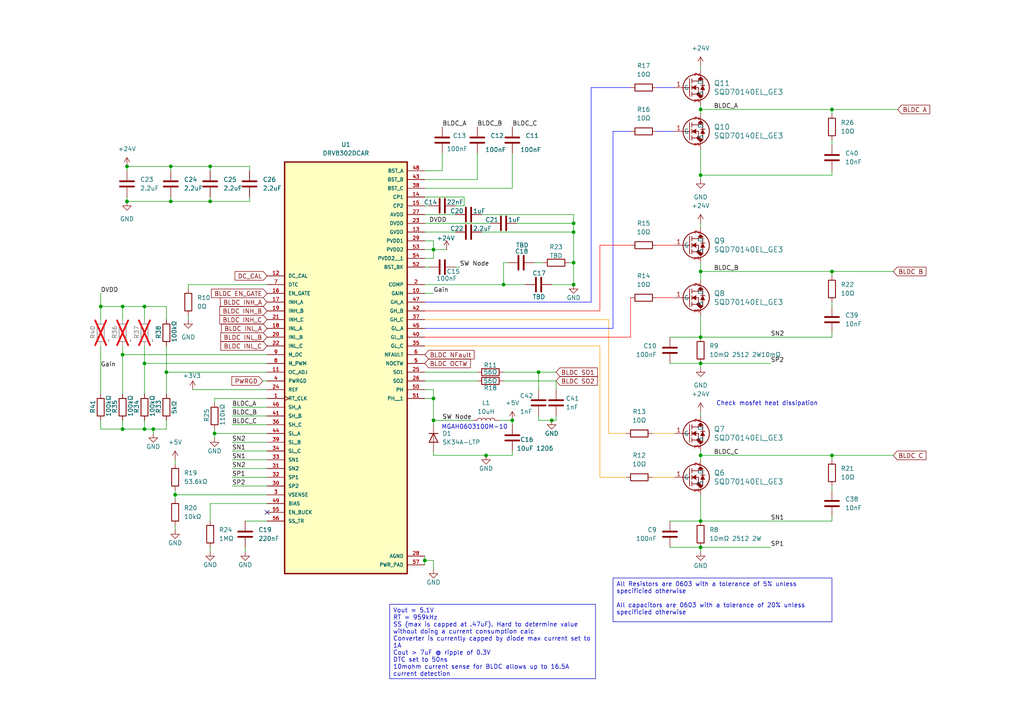
<source format=kicad_sch>
(kicad_sch (version 20250114) (generator "eeschema") (generator_version "9.0")
  (paper "A4")
  (lib_symbols
    (symbol "DRV8302DCAR:DRV8302DCAR" (pin_names (offset 1.016))
      (property "Reference" "U" (at -17.78 56.88 0))
      (property "Value" "DRV8302DCAR" (at -17.78 -67.5 0))
      (symbol "DRV8302DCAR_0_0"
        (rectangle (start -17.78 -63.5) (end 17.78 55.88) (stroke (width 0.41)) (fill (type background)))
        (pin input line (at -22.86 22.86 0) (length 5.08) (name "DC_CAL") (number "12"))
        (pin input line (at -22.86 20.32 0) (length 5.08) (name "DTC") (number "7"))
        (pin input line (at -22.86 17.78 0) (length 5.08) (name "EN_GATE") (number "16"))
        (pin input line (at -22.86 15.24 0) (length 5.08) (name "INH_A") (number "17"))
        (pin input line (at -22.86 12.7 0) (length 5.08) (name "INH_B") (number "19"))
        (pin input line (at -22.86 10.16 0) (length 5.08) (name "INH_C") (number "21"))
        (pin input line (at -22.86 7.62 0) (length 5.08) (name "INL_A") (number "18"))
        (pin input line (at -22.86 5.08 0) (length 5.08) (name "INL_B") (number "20"))
        (pin input line (at -22.86 2.54 0) (length 5.08) (name "INL_C") (number "22"))
        (pin input line (at -22.86 0 0) (length 5.08) (name "M_OC") (number "9"))
        (pin input line (at -22.86 -2.54 0) (length 5.08) (name "M_PWM") (number "8"))
        (pin input line (at -22.86 -5.08 0) (length 5.08) (name "OC_ADJ") (number "11"))
        (pin input line (at -22.86 -7.62 0) (length 5.08) (name "PWRGD") (number "4"))
        (pin input line (at -22.86 -10.16 0) (length 5.08) (name "REF") (number "24"))
        (pin input clock (at -22.86 -12.7 0) (length 5.08) (name "RT_CLK") (number "1"))
        (pin input line (at -22.86 -15.24 0) (length 5.08) (name "SH_A") (number "46"))
        (pin input line (at -22.86 -17.78 0) (length 5.08) (name "SH_B") (number "41"))
        (pin input line (at -22.86 -20.32 0) (length 5.08) (name "SH_C") (number "36"))
        (pin input line (at -22.86 -22.86 0) (length 5.08) (name "SL_A") (number "44"))
        (pin input line (at -22.86 -25.4 0) (length 5.08) (name "SL_B") (number "39"))
        (pin input line (at -22.86 -27.94 0) (length 5.08) (name "SL_C") (number "34"))
        (pin input line (at -22.86 -30.48 0) (length 5.08) (name "SN1") (number "33"))
        (pin input line (at -22.86 -33.02 0) (length 5.08) (name "SN2") (number "31"))
        (pin input line (at -22.86 -35.56 0) (length 5.08) (name "SP1") (number "32"))
        (pin input line (at -22.86 -38.1 0) (length 5.08) (name "SP2") (number "30"))
        (pin input line (at -22.86 -40.64 0) (length 5.08) (name "VSENSE") (number "3"))
        (pin input line (at -22.86 -43.18 0) (length 5.08) (name "BIAS") (number "49"))
        (pin input line (at -22.86 -45.72 0) (length 5.08) (name "EN_BUCK") (number "55"))
        (pin input line (at -22.86 -48.26 0) (length 5.08) (name "SS_TR") (number "56"))
        (pin power_in line (at 22.86 53.34 180) (length 5.08) (name "BST_A") (number "48"))
        (pin power_in line (at 22.86 50.8 180) (length 5.08) (name "BST_B") (number "43"))
        (pin power_in line (at 22.86 48.26 180) (length 5.08) (name "BST_C") (number "38"))
        (pin power_in line (at 22.86 45.72 180) (length 5.08) (name "CP1") (number "14"))
        (pin power_in line (at 22.86 43.18 180) (length 5.08) (name "CP2") (number "15"))
        (pin power_in line (at 22.86 40.64 180) (length 5.08) (name "AVDD") (number "27"))
        (pin power_in line (at 22.86 38.1 180) (length 5.08) (name "DVDD") (number "23"))
        (pin power_in line (at 22.86 35.56 180) (length 5.08) (name "GVDD") (number "13"))
        (pin power_in line (at 22.86 33.02 180) (length 5.08) (name "PVDD1") (number "29"))
        (pin power_in line (at 22.86 30.48 180) (length 5.08) (name "PVDD2") (number "53"))
        (pin power_in line (at 22.86 27.94 180) (length 5.08) (name "PVDD2__1") (number "54"))
        (pin power_in line (at 22.86 25.4 180) (length 5.08) (name "BST_BK") (number "52"))
        (pin output line (at 22.86 20.32 180) (length 5.08) (name "COMP") (number "2"))
        (pin output line (at 22.86 17.78 180) (length 5.08) (name "GAIN") (number "10"))
        (pin output line (at 22.86 15.24 180) (length 5.08) (name "GH_A") (number "47"))
        (pin output line (at 22.86 12.7 180) (length 5.08) (name "GH_B") (number "42"))
        (pin output line (at 22.86 10.16 180) (length 5.08) (name "GH_C") (number "37"))
        (pin output line (at 22.86 7.62 180) (length 5.08) (name "GL_A") (number "45"))
        (pin output line (at 22.86 5.08 180) (length 5.08) (name "GL_B") (number "40"))
        (pin output line (at 22.86 2.54 180) (length 5.08) (name "GL_C") (number "35"))
        (pin output line (at 22.86 0 180) (length 5.08) (name "NFAULT") (number "6"))
        (pin output line (at 22.86 -2.54 180) (length 5.08) (name "NOCTW") (number "5"))
        (pin output line (at 22.86 -5.08 180) (length 5.08) (name "SO1") (number "25"))
        (pin output line (at 22.86 -7.62 180) (length 5.08) (name "SO2") (number "26"))
        (pin bidirectional line (at 22.86 -10.16 180) (length 5.08) (name "PH") (number "50"))
        (pin bidirectional line (at 22.86 -12.7 180) (length 5.08) (name "PH__1") (number "51"))
        (pin power_in line (at 22.86 -58.42 180) (length 5.08) (name "AGND") (number "28"))
        (pin power_in line (at 22.86 -60.96 180) (length 5.08) (name "PWR_PAD") (number "57"))
      )
    )
    (symbol "Device:C" (pin_numbers (hide yes)) (pin_names (offset 0.254))
      (property "Reference" "C" (at 0.635 2.54 0))
      (property "Value" "C" (at 0.635 -2.54 0))
      (symbol "C_0_1"
        (polyline (pts (xy -2.032 0.762) (xy 2.032 0.762)) (stroke (width 0.508)))
        (polyline (pts (xy -2.032 -0.762) (xy 2.032 -0.762)) (stroke (width 0.508)))
      )
      (symbol "C_1_1"
        (pin passive line (at 0 3.81 270) (length 2.794) (name "~") (number "1"))
        (pin passive line (at 0 -3.81 90) (length 2.794) (name "~") (number "2"))
      )
    )
    (symbol "Device:D" (pin_numbers (hide yes)) (pin_names (offset 1.016) (hide yes))
      (property "Reference" "D" (at 0 2.54 0))
      (property "Value" "D" (at 0 -2.54 0))
      (symbol "D_0_1"
        (polyline (pts (xy -1.27 1.27) (xy -1.27 -1.27)) (stroke (width 0.254)))
        (polyline (pts (xy 1.27 1.27) (xy 1.27 -1.27) (xy -1.27 0) (xy 1.27 1.27)) (stroke (width 0.254)))
        (polyline (pts (xy 1.27 0) (xy -1.27 0)))
      )
      (symbol "D_1_1"
        (pin passive line (at -3.81 0 0) (length 2.54) (name "K") (number "1"))
        (pin passive line (at 3.81 0 180) (length 2.54) (name "A") (number "2"))
      )
    )
    (symbol "Device:L" (pin_numbers (hide yes)) (pin_names (offset 1.016) (hide yes))
      (property "Reference" "L" (at -1.27 0 90))
      (property "Value" "L" (at 1.905 0 90))
      (symbol "L_0_1"
        (arc (start 0 2.54) (mid 0.6323 1.905) (end 0 1.27))
        (arc (start 0 1.27) (mid 0.6323 0.635) (end 0 0))
        (arc (start 0 0) (mid 0.6323 -0.635) (end 0 -1.27))
        (arc (start 0 -1.27) (mid 0.6323 -1.905) (end 0 -2.54))
      )
      (symbol "L_1_1"
        (pin passive line (at 0 3.81 270) (length 1.27) (name "1") (number "1"))
        (pin passive line (at 0 -3.81 90) (length 1.27) (name "2") (number "2"))
      )
    )
    (symbol "Device:R" (pin_numbers (hide yes)) (pin_names (offset 0))
      (property "Reference" "R" (at 2.032 0 90))
      (property "Value" "R" (at 0 0 90))
      (symbol "R_0_1"
        (rectangle (start -1.016 -2.54) (end 1.016 2.54) (stroke (width 0.254)))
      )
      (symbol "R_1_1"
        (pin passive line (at 0 3.81 270) (length 1.27) (name "~") (number "1"))
        (pin passive line (at 0 -3.81 90) (length 1.27) (name "~") (number "2"))
      )
    )
    (symbol "SQD70140EL_GE3:SQD70140EL_GE3" (pin_names (offset 0.254))
      (property "Reference" "U" (at 11.43 1.905 0))
      (property "Value" "SQD70140EL_GE3" (at 11.43 -2.54 0))
      (symbol "SQD70140EL_GE3_0_1"
        (polyline (pts (xy 2.54 0) (xy 4.445 0)) (stroke (width 0.2032)))
        (polyline (pts (xy 4.445 -2.54) (xy 4.445 2.54)) (stroke (width 0.2032)))
        (polyline (pts (xy 5.08 1.905) (xy 6.985 1.905)) (stroke (width 0.2032)))
        (polyline (pts (xy 5.08 1.27) (xy 5.08 2.54)) (stroke (width 0.2032)))
        (polyline (pts (xy 5.08 -0.635) (xy 5.08 0.635)) (stroke (width 0.2032)))
        (polyline (pts (xy 5.08 -1.905) (xy 6.985 -1.905)) (stroke (width 0.2032)))
        (polyline (pts (xy 5.08 -2.54) (xy 5.08 -1.27)) (stroke (width 0.2032)))
        (polyline (pts (xy 6.35 0.635) (xy 5.08 0) (xy 6.35 -0.635)) (fill (type outline)))
        (polyline (pts (xy 6.35 0) (xy 6.985 0)) (stroke (width 0.2032)))
        (circle (center 6.35 0) (radius 3.81) (stroke (width 0.254)))
        (polyline (pts (xy 6.985 2.54) (xy 8.255 2.54)) (stroke (width 0.2032)))
        (polyline (pts (xy 6.985 1.905) (xy 6.985 2.54)) (stroke (width 0.2032)))
        (circle (center 6.985 -1.905) (radius 0.0254) (stroke (width 0.508)))
        (polyline (pts (xy 6.985 -2.54) (xy 6.985 0)) (stroke (width 0.2032)))
        (polyline (pts (xy 6.985 -2.54) (xy 8.255 -2.54)) (stroke (width 0.2032)))
        (circle (center 7.62 2.54) (radius 0.0254) (stroke (width 0.508)))
        (circle (center 7.62 -2.54) (radius 0.0254) (stroke (width 0.508)))
        (polyline (pts (xy 8.255 0.635) (xy 8.255 2.54)) (stroke (width 0.2032)))
        (polyline (pts (xy 8.255 -2.54) (xy 8.255 -0.635)) (stroke (width 0.2032)))
        (polyline (pts (xy 8.89 0.635) (xy 7.62 0.635)) (stroke (width 0.2032)))
        (polyline (pts (xy 8.89 -0.635) (xy 7.62 -0.635) (xy 8.255 0.635)) (fill (type outline)))
        (pin unspecified line (at 0 0 0) (length 2.54) (name "G") (number "1"))
        (pin unspecified line (at 7.62 5.08 270) (length 2.54) (name "D") (number "2"))
        (pin unspecified line (at 7.62 -5.08 90) (length 2.54) (name "S") (number "3"))
      )
    )
    (symbol "power:+24V" (power) (pin_numbers (hide yes)) (pin_names (offset 0) (hide yes))
      (property "Value" "+24V" (at 0 3.556 0))
      (symbol "+24V_0_1"
        (polyline (pts (xy -0.762 1.27) (xy 0 2.54)))
        (polyline (pts (xy 0 2.54) (xy 0.762 1.27)))
        (polyline (pts (xy 0 0) (xy 0 2.54)))
      )
      (symbol "+24V_1_1"
        (pin power_in line (at 0 0 90) (length 0) (name "~") (number "1"))
      )
    )
    (symbol "power:+3V3" (power) (pin_numbers (hide yes)) (pin_names (offset 0) (hide yes))
      (property "Value" "+3V3" (at 0 3.556 0))
      (symbol "+3V3_0_1"
        (polyline (pts (xy -0.762 1.27) (xy 0 2.54)))
        (polyline (pts (xy 0 2.54) (xy 0.762 1.27)))
        (polyline (pts (xy 0 0) (xy 0 2.54)))
      )
      (symbol "+3V3_1_1"
        (pin power_in line (at 0 0 90) (length 0) (name "~") (number "1"))
      )
    )
    (symbol "power:+5V" (power) (pin_numbers (hide yes)) (pin_names (offset 0) (hide yes))
      (property "Value" "+5V" (at 0 3.556 0))
      (symbol "+5V_0_1"
        (polyline (pts (xy -0.762 1.27) (xy 0 2.54)))
        (polyline (pts (xy 0 2.54) (xy 0.762 1.27)))
        (polyline (pts (xy 0 0) (xy 0 2.54)))
      )
      (symbol "+5V_1_1"
        (pin power_in line (at 0 0 90) (length 0) (name "~") (number "1"))
      )
    )
    (symbol "power:GND" (power) (pin_numbers (hide yes)) (pin_names (offset 0) (hide yes))
      (property "Value" "GND" (at 0 -3.81 0))
      (symbol "GND_0_1"
        (polyline (pts (xy 0 0) (xy 0 -1.27) (xy 1.27 -1.27) (xy 0 -2.54) (xy -1.27 -1.27) (xy 0 -1.27)))
      )
      (symbol "GND_1_1"
        (pin power_in line (at 0 0 270) (length 0) (name "~") (number "1"))
      )
    )
  )
  (text "Check mosfet heat dissipation" (at 222.504 117.094 0) (effects (font (size 1.27 1.27))))
  (text "MGAH0603100M-10\n" (at 137.668 123.952 0) (effects (font (size 1.27 1.27))))
  (text_box "All Resistors are 0603 with a tolerance of 5% unless specificied otherwise\n\nAll capacitors are 0603 with a tolerance of 20% unless specificied otherwise\n" (at 177.8 167.64 0) (size 63.5 12.7) (margins 0.9525 0.9525 0.9525 0.9525) (effects (font (size 1.27 1.27)) (justify left top)))
  (text_box "Vout = 5.1V \nRT = 959kHz\nSS (max is capped at .47uF). Hard to determine value without doing a current consumption calc\nConverter is currently capped by diode max current set to 1A\nCout > 7uF @ ripple of 0.3V\nDTC set to 50ns\n10mohm current sense for BLDC allows up to 16.5A current detection" (at 113.03 175.26 0) (size 59.69 21.59) (margins 0.9525 0.9525 0.9525 0.9525) (effects (font (size 1.27 1.27)) (justify left top)))
  (junction (at 125.73 72.39))
  (junction (at 203.2 97.79))
  (junction (at 203.2 78.74))
  (junction (at 41.91 88.9))
  (junction (at 62.23 125.73))
  (junction (at 160.02 121.92))
  (junction (at 156.21 107.95))
  (junction (at 41.91 105.41))
  (junction (at 125.73 115.57))
  (junction (at 203.2 50.8))
  (junction (at 44.45 124.46))
  (junction (at 35.56 88.9))
  (junction (at 36.83 58.42))
  (junction (at 241.3 78.74))
  (junction (at 123.19 162.56))
  (junction (at 203.2 151.13))
  (junction (at 36.83 48.26))
  (junction (at 148.59 121.92))
  (junction (at 166.37 64.77))
  (junction (at 49.53 48.26))
  (junction (at 35.56 102.87))
  (junction (at 203.2 105.41))
  (junction (at 203.2 31.75))
  (junction (at 166.37 82.55))
  (junction (at 241.3 132.08))
  (junction (at 241.3 31.75))
  (junction (at 50.8 143.51))
  (junction (at 166.37 76.2))
  (junction (at 203.2 132.08))
  (junction (at 60.96 58.42))
  (junction (at 140.97 132.08))
  (junction (at 146.05 82.55))
  (junction (at 48.26 107.95))
  (junction (at 41.91 124.46))
  (junction (at 35.56 124.46))
  (junction (at 203.2 158.75))
  (junction (at 166.37 67.31))
  (junction (at 60.96 48.26))
  (junction (at 49.53 58.42))
  (junction (at 29.21 88.9))
  (junction (at 125.73 121.92))
  (no_connect (at 77.47 148.59))
  (wire (pts (xy 166.37 82.55) (xy 160.02 82.55)))
  (wire (pts (xy 139.7 62.23) (xy 166.37 62.23)))
  (wire (pts (xy 148.59 132.08) (xy 148.59 130.81)))
  (wire (pts (xy 123.19 161.29) (xy 123.19 162.56)))
  (wire (pts (xy 67.31 133.35) (xy 77.47 133.35)))
  (wire (pts (xy 67.31 140.97) (xy 77.47 140.97)))
  (wire (pts (xy 44.45 124.46) (xy 48.26 124.46)))
  (wire (pts (xy 165.1 76.2) (xy 166.37 76.2)))
  (wire (pts (xy 60.96 58.42) (xy 72.39 58.42)))
  (wire (pts (xy 241.3 50.8) (xy 203.2 50.8)))
  (wire (pts (xy 67.31 135.89) (xy 77.47 135.89)))
  (wire (pts (xy 35.56 88.9) (xy 41.91 88.9)))
  (wire (pts (xy 203.2 158.75) (xy 203.2 160.02)))
  (wire (pts (xy 41.91 124.46) (xy 44.45 124.46)))
  (wire (pts (xy 194.31 105.41) (xy 203.2 105.41)))
  (wire (pts (xy 50.8 142.24) (xy 50.8 143.51)))
  (wire (pts (xy 123.19 69.85) (xy 125.73 69.85)))
  (wire (pts (xy 123.19 162.56) (xy 123.19 163.83)))
  (wire (pts (xy 50.8 133.35) (xy 50.8 134.62)))
  (wire (pts (xy 60.96 146.05) (xy 77.47 146.05)))
  (wire (pts (xy 194.31 97.79) (xy 203.2 97.79)))
  (wire (pts (xy 176.53 125.73) (xy 181.61 125.73)) (stroke (width 0) (color 255 153 0 1)))
  (wire (pts (xy 36.83 57.15) (xy 36.83 58.42)))
  (wire (pts (xy 29.21 124.46) (xy 35.56 124.46)))
  (wire (pts (xy 41.91 88.9) (xy 48.26 88.9)))
  (wire (pts (xy 203.2 132.08) (xy 241.3 132.08)))
  (wire (pts (xy 54.61 82.55) (xy 77.47 82.55)))
  (wire (pts (xy 62.23 125.73) (xy 77.47 125.73)))
  (wire (pts (xy 241.3 31.75) (xy 260.35 31.75)))
  (wire (pts (xy 123.19 49.53) (xy 128.27 49.53)))
  (wire (pts (xy 62.23 127) (xy 62.23 125.73)))
  (wire (pts (xy 123.19 77.47) (xy 124.46 77.47)))
  (wire (pts (xy 60.96 151.13) (xy 60.96 146.05)))
  (wire (pts (xy 190.5 71.12) (xy 195.58 71.12)) (stroke (width 0) (color 255 0 0 1)))
  (wire (pts (xy 35.56 100.33) (xy 35.56 102.87)))
  (wire (pts (xy 181.61 138.43) (xy 173.99 138.43)) (stroke (width 0) (color 255 153 0 1)))
  (wire (pts (xy 146.05 110.49) (xy 161.29 110.49)))
  (wire (pts (xy 146.05 82.55) (xy 152.4 82.55)))
  (wire (pts (xy 54.61 83.82) (xy 54.61 82.55)))
  (wire (pts (xy 161.29 110.49) (xy 161.29 113.03)))
  (wire (pts (xy 203.2 31.75) (xy 203.2 33.02)))
  (wire (pts (xy 35.56 102.87) (xy 35.56 114.3)))
  (wire (pts (xy 203.2 132.08) (xy 203.2 133.35)))
  (wire (pts (xy 156.21 120.65) (xy 156.21 121.92)))
  (wire (pts (xy 123.19 67.31) (xy 132.08 67.31)))
  (wire (pts (xy 123.19 107.95) (xy 138.43 107.95)))
  (wire (pts (xy 203.2 52.07) (xy 203.2 50.8)))
  (wire (pts (xy 72.39 58.42) (xy 72.39 57.15)))
  (wire (pts (xy 71.12 151.13) (xy 77.47 151.13)))
  (wire (pts (xy 50.8 152.4) (xy 50.8 153.67)))
  (wire (pts (xy 41.91 100.33) (xy 41.91 105.41)))
  (wire (pts (xy 123.19 100.33) (xy 173.99 100.33)) (stroke (width 0) (color 255 153 0 1)))
  (wire (pts (xy 123.19 52.07) (xy 138.43 52.07)))
  (wire (pts (xy 146.05 82.55) (xy 146.05 76.2)))
  (wire (pts (xy 161.29 120.65) (xy 161.29 121.92)))
  (wire (pts (xy 203.2 76.2) (xy 203.2 78.74)))
  (wire (pts (xy 123.19 97.79) (xy 182.88 97.79)) (stroke (width 0) (color 255 0 0 1)))
  (wire (pts (xy 76.2 110.49) (xy 77.47 110.49)))
  (wire (pts (xy 123.19 95.25) (xy 177.8 95.25)) (stroke (width 0) (color 0 0 255 1)))
  (wire (pts (xy 241.3 96.52) (xy 241.3 97.79)))
  (wire (pts (xy 123.19 62.23) (xy 132.08 62.23)))
  (wire (pts (xy 125.73 132.08) (xy 140.97 132.08)))
  (wire (pts (xy 173.99 90.17) (xy 173.99 71.12)) (stroke (width 0) (color 255 0 0 1)))
  (wire (pts (xy 125.73 72.39) (xy 125.73 74.93)))
  (wire (pts (xy 41.91 88.9) (xy 41.91 92.71)))
  (wire (pts (xy 67.31 128.27) (xy 77.47 128.27)))
  (wire (pts (xy 156.21 121.92) (xy 160.02 121.92)))
  (wire (pts (xy 190.5 25.4) (xy 195.58 25.4)) (stroke (width 0) (color 0 0 255 1)))
  (wire (pts (xy 138.43 52.07) (xy 138.43 44.45)))
  (wire (pts (xy 203.2 91.44) (xy 203.2 97.79)))
  (wire (pts (xy 241.3 133.35) (xy 241.3 132.08)))
  (wire (pts (xy 128.27 49.53) (xy 128.27 44.45)))
  (wire (pts (xy 203.2 31.75) (xy 241.3 31.75)))
  (wire (pts (xy 36.83 48.26) (xy 36.83 49.53)))
  (wire (pts (xy 29.21 92.71) (xy 29.21 88.9)))
  (wire (pts (xy 67.31 123.19) (xy 77.47 123.19)))
  (wire (pts (xy 62.23 115.57) (xy 77.47 115.57)))
  (wire (pts (xy 154.94 76.2) (xy 157.48 76.2)))
  (wire (pts (xy 241.3 140.97) (xy 241.3 142.24)))
  (wire (pts (xy 35.56 121.92) (xy 35.56 124.46)))
  (wire (pts (xy 194.31 151.13) (xy 203.2 151.13)))
  (wire (pts (xy 189.23 138.43) (xy 195.58 138.43)) (stroke (width 0) (color 255 153 0 1)))
  (wire (pts (xy 123.19 57.15) (xy 134.62 57.15)))
  (wire (pts (xy 29.21 88.9) (xy 35.56 88.9)))
  (wire (pts (xy 41.91 105.41) (xy 41.91 114.3)))
  (wire (pts (xy 55.88 113.03) (xy 77.47 113.03)))
  (wire (pts (xy 72.39 48.26) (xy 72.39 49.53)))
  (wire (pts (xy 166.37 62.23) (xy 166.37 64.77)))
  (wire (pts (xy 134.62 59.69) (xy 132.08 59.69)))
  (wire (pts (xy 49.53 48.26) (xy 49.53 49.53)))
  (wire (pts (xy 50.8 143.51) (xy 50.8 144.78)))
  (wire (pts (xy 35.56 124.46) (xy 41.91 124.46)))
  (wire (pts (xy 203.2 151.13) (xy 241.3 151.13)))
  (wire (pts (xy 48.26 88.9) (xy 48.26 92.71)))
  (wire (pts (xy 125.73 121.92) (xy 137.16 121.92)))
  (wire (pts (xy 148.59 121.92) (xy 144.78 121.92)))
  (wire (pts (xy 133.35 77.47) (xy 132.08 77.47)))
  (wire (pts (xy 125.73 72.39) (xy 129.54 72.39)))
  (wire (pts (xy 60.96 48.26) (xy 60.96 49.53)))
  (wire (pts (xy 203.2 43.18) (xy 203.2 50.8)))
  (wire (pts (xy 241.3 49.53) (xy 241.3 50.8)))
  (wire (pts (xy 203.2 30.48) (xy 203.2 31.75)))
  (wire (pts (xy 173.99 138.43) (xy 173.99 100.33)) (stroke (width 0) (color 255 153 0 1)))
  (wire (pts (xy 67.31 120.65) (xy 77.47 120.65)))
  (wire (pts (xy 241.3 40.64) (xy 241.3 41.91)))
  (wire (pts (xy 149.86 64.77) (xy 166.37 64.77)))
  (wire (pts (xy 203.2 19.05) (xy 203.2 20.32)))
  (wire (pts (xy 35.56 102.87) (xy 77.47 102.87)))
  (wire (pts (xy 123.19 87.63) (xy 171.45 87.63)) (stroke (width 0) (color 0 0 255 1)))
  (wire (pts (xy 48.26 107.95) (xy 48.26 114.3)))
  (wire (pts (xy 50.8 143.51) (xy 77.47 143.51)))
  (wire (pts (xy 29.21 100.33) (xy 29.21 114.3)))
  (wire (pts (xy 35.56 88.9) (xy 35.56 92.71)))
  (wire (pts (xy 190.5 86.36) (xy 195.58 86.36)) (stroke (width 0) (color 255 0 0 1)))
  (wire (pts (xy 29.21 85.09) (xy 29.21 88.9)))
  (wire (pts (xy 125.73 115.57) (xy 125.73 121.92)))
  (wire (pts (xy 125.73 113.03) (xy 125.73 115.57)))
  (wire (pts (xy 156.21 107.95) (xy 156.21 113.03)))
  (wire (pts (xy 148.59 123.19) (xy 148.59 121.92)))
  (wire (pts (xy 67.31 118.11) (xy 77.47 118.11)))
  (wire (pts (xy 203.2 143.51) (xy 203.2 151.13)))
  (wire (pts (xy 190.5 38.1) (xy 195.58 38.1)) (stroke (width 0) (color 0 0 255 1)))
  (wire (pts (xy 241.3 80.01) (xy 241.3 78.74)))
  (wire (pts (xy 177.8 38.1) (xy 182.88 38.1)) (stroke (width 0) (color 0 0 255 1)))
  (wire (pts (xy 203.2 78.74) (xy 203.2 81.28)))
  (wire (pts (xy 148.59 54.61) (xy 148.59 44.45)))
  (wire (pts (xy 125.73 162.56) (xy 123.19 162.56)))
  (wire (pts (xy 156.21 107.95) (xy 161.29 107.95)))
  (wire (pts (xy 171.45 25.4) (xy 182.88 25.4)) (stroke (width 0) (color 0 0 255 1)))
  (wire (pts (xy 123.19 90.17) (xy 173.99 90.17)) (stroke (width 0) (color 255 0 0 1)))
  (wire (pts (xy 123.19 82.55) (xy 146.05 82.55)))
  (wire (pts (xy 194.31 158.75) (xy 203.2 158.75)))
  (wire (pts (xy 177.8 95.25) (xy 177.8 38.1)) (stroke (width 0) (color 0 0 255 1)))
  (wire (pts (xy 48.26 100.33) (xy 48.26 107.95)))
  (wire (pts (xy 123.19 113.03) (xy 125.73 113.03)))
  (wire (pts (xy 125.73 165.1) (xy 125.73 162.56)))
  (wire (pts (xy 123.19 64.77) (xy 142.24 64.77)))
  (wire (pts (xy 62.23 124.46) (xy 62.23 125.73)))
  (wire (pts (xy 223.52 105.41) (xy 203.2 105.41)))
  (wire (pts (xy 123.19 110.49) (xy 138.43 110.49)))
  (wire (pts (xy 140.97 132.08) (xy 148.59 132.08)))
  (wire (pts (xy 146.05 107.95) (xy 156.21 107.95)))
  (wire (pts (xy 71.12 158.75) (xy 71.12 160.02)))
  (wire (pts (xy 146.05 76.2) (xy 147.32 76.2)))
  (wire (pts (xy 36.83 58.42) (xy 49.53 58.42)))
  (wire (pts (xy 49.53 57.15) (xy 49.53 58.42)))
  (wire (pts (xy 176.53 92.71) (xy 176.53 125.73)) (stroke (width 0) (color 255 153 0 1)))
  (wire (pts (xy 203.2 119.38) (xy 203.2 120.65)))
  (wire (pts (xy 161.29 121.92) (xy 160.02 121.92)))
  (wire (pts (xy 203.2 64.77) (xy 203.2 66.04)))
  (wire (pts (xy 123.19 74.93) (xy 125.73 74.93)))
  (wire (pts (xy 134.62 57.15) (xy 134.62 59.69)))
  (wire (pts (xy 49.53 58.42) (xy 60.96 58.42)))
  (wire (pts (xy 203.2 130.81) (xy 203.2 132.08)))
  (wire (pts (xy 139.7 67.31) (xy 166.37 67.31)))
  (wire (pts (xy 123.19 72.39) (xy 125.73 72.39)))
  (wire (pts (xy 60.96 48.26) (xy 72.39 48.26)))
  (wire (pts (xy 67.31 138.43) (xy 77.47 138.43)))
  (wire (pts (xy 44.45 125.73) (xy 44.45 124.46)))
  (wire (pts (xy 36.83 48.26) (xy 49.53 48.26)))
  (wire (pts (xy 123.19 59.69) (xy 124.46 59.69)))
  (wire (pts (xy 125.73 85.09) (xy 123.19 85.09)))
  (wire (pts (xy 62.23 116.84) (xy 62.23 115.57)))
  (wire (pts (xy 241.3 78.74) (xy 259.08 78.74)))
  (wire (pts (xy 125.73 121.92) (xy 125.73 123.19)))
  (wire (pts (xy 41.91 105.41) (xy 77.47 105.41)))
  (wire (pts (xy 123.19 92.71) (xy 176.53 92.71)) (stroke (width 0) (color 255 153 0 1)))
  (wire (pts (xy 60.96 57.15) (xy 60.96 58.42)))
  (wire (pts (xy 125.73 130.81) (xy 125.73 132.08)))
  (wire (pts (xy 241.3 31.75) (xy 241.3 33.02)))
  (wire (pts (xy 125.73 115.57) (xy 123.19 115.57)))
  (wire (pts (xy 241.3 149.86) (xy 241.3 151.13)))
  (wire (pts (xy 203.2 97.79) (xy 241.3 97.79)))
  (wire (pts (xy 203.2 105.41) (xy 203.2 106.68)))
  (wire (pts (xy 60.96 158.75) (xy 60.96 160.02)))
  (wire (pts (xy 49.53 48.26) (xy 60.96 48.26)))
  (wire (pts (xy 54.61 91.44) (xy 54.61 92.71)))
  (wire (pts (xy 166.37 64.77) (xy 166.37 67.31)))
  (wire (pts (xy 171.45 87.63) (xy 171.45 25.4)) (stroke (width 0) (color 0 0 255 1)))
  (wire (pts (xy 182.88 97.79) (xy 182.88 86.36)) (stroke (width 0) (color 255 0 0 1)))
  (wire (pts (xy 223.52 158.75) (xy 203.2 158.75)))
  (wire (pts (xy 173.99 71.12) (xy 182.88 71.12)) (stroke (width 0) (color 255 0 0 1)))
  (wire (pts (xy 123.19 54.61) (xy 148.59 54.61)))
  (wire (pts (xy 241.3 132.08) (xy 259.08 132.08)))
  (wire (pts (xy 41.91 121.92) (xy 41.91 124.46)))
  (wire (pts (xy 48.26 121.92) (xy 48.26 124.46)))
  (wire (pts (xy 166.37 67.31) (xy 166.37 76.2)))
  (wire (pts (xy 166.37 76.2) (xy 166.37 82.55)))
  (wire (pts (xy 203.2 78.74) (xy 241.3 78.74)))
  (wire (pts (xy 29.21 121.92) (xy 29.21 124.46)))
  (wire (pts (xy 67.31 130.81) (xy 77.47 130.81)))
  (wire (pts (xy 48.26 107.95) (xy 77.47 107.95)))
  (wire (pts (xy 241.3 87.63) (xy 241.3 88.9)))
  (wire (pts (xy 189.23 125.73) (xy 195.58 125.73)) (stroke (width 0) (color 255 153 0 1)))
  (wire (pts (xy 125.73 69.85) (xy 125.73 72.39)))
  (label "SN1" (at 67.31 130.81 0))
  (label "BLDC_A" (at 128.27 36.83 0))
  (label "SN2" (at 67.31 128.27 0))
  (label "SW Node" (at 133.35 77.47 0))
  (label "SN2" (at 67.31 135.89 0))
  (label "BLDC_B" (at 67.31 120.65 0))
  (label "BLDC_C" (at 67.31 123.19 0))
  (label "Gain" (at 29.21 106.68 0))
  (label "Gain" (at 125.73 85.09 0))
  (label "DVDD" (at 124.46 64.77 0))
  (label "SP2" (at 67.31 140.97 0))
  (label "SN1" (at 223.52 151.13 0))
  (label "BLDC_A" (at 207.01 31.75 0))
  (label "SN2" (at 223.52 97.79 0))
  (label "SW Node" (at 128.27 121.92 0))
  (label "BLDC_C" (at 207.01 132.08 0))
  (label "SP1" (at 223.52 158.75 0))
  (label "BLDC_B" (at 138.43 36.83 0))
  (label "BLDC_B" (at 207.01 78.74 0))
  (label "SP2" (at 223.52 105.41 0))
  (label "BLDC_A" (at 67.31 118.11 0))
  (label "BLDC_C" (at 148.59 36.83 0))
  (label "SN1" (at 67.31 133.35 0))
  (label "DVDD" (at 29.21 85.09 0))
  (label "SP1" (at 67.31 138.43 0))
  (global_label "BLDC INH_A" (shape input) (at 77.47 87.63 180) (property "Intersheetrefs" "${INTERSHEET_REFS}" (effects (hide yes))))
  (global_label "BLDC B" (shape input) (at 259.08 78.74 0) (property "Intersheetrefs" "${INTERSHEET_REFS}" (effects (hide yes))))
  (global_label "BLDC NFault" (shape input) (at 123.19 102.87 0) (property "Intersheetrefs" "${INTERSHEET_REFS}" (effects (hide yes))))
  (global_label "BLDC INL_A" (shape input) (at 77.47 95.25 180) (property "Intersheetrefs" "${INTERSHEET_REFS}" (effects (hide yes))))
  (global_label "BLDC EN_GATE" (shape input) (at 77.47 85.09 180) (property "Intersheetrefs" "${INTERSHEET_REFS}" (effects (hide yes))))
  (global_label "BLDC SO2" (shape input) (at 161.29 110.49 0) (property "Intersheetrefs" "${INTERSHEET_REFS}" (effects (hide yes))))
  (global_label "BLDC INH_C" (shape input) (at 77.47 92.71 180) (property "Intersheetrefs" "${INTERSHEET_REFS}" (effects (hide yes))))
  (global_label "DC_CAL" (shape input) (at 77.47 80.01 180) (property "Intersheetrefs" "${INTERSHEET_REFS}" (effects (hide yes))))
  (global_label "BLDC A" (shape input) (at 260.35 31.75 0) (property "Intersheetrefs" "${INTERSHEET_REFS}" (effects (hide yes))))
  (global_label "BLDC INL_B" (shape input) (at 77.47 97.79 180) (property "Intersheetrefs" "${INTERSHEET_REFS}" (effects (hide yes))))
  (global_label "BLDC OCTW" (shape input) (at 123.19 105.41 0) (property "Intersheetrefs" "${INTERSHEET_REFS}" (effects (hide yes))))
  (global_label "PWRGD" (shape input) (at 76.2 110.49 180) (property "Intersheetrefs" "${INTERSHEET_REFS}" (effects (hide yes))))
  (global_label "BLDC INL_C" (shape input) (at 77.47 100.33 180) (property "Intersheetrefs" "${INTERSHEET_REFS}" (effects (hide yes))))
  (global_label "BLDC SO1" (shape input) (at 161.29 107.95 0) (property "Intersheetrefs" "${INTERSHEET_REFS}" (effects (hide yes))))
  (global_label "BLDC C" (shape input) (at 259.08 132.08 0) (property "Intersheetrefs" "${INTERSHEET_REFS}" (effects (hide yes))))
  (global_label "BLDC INH_B" (shape input) (at 77.47 90.17 180) (property "Intersheetrefs" "${INTERSHEET_REFS}" (effects (hide yes))))
  (symbol (lib_id "power:GND") (at 54.61 92.71 0) (unit 1)
    (property "Reference" "#PWR026" (effects (hide yes)))
    (property "Value" "GND" (at 54.61 97.79 0))
    (property "Description" "Power symbol creates a global label with name \"GND\" , ground" (effects (hide yes)))
  )
  (symbol (lib_id "Device:R") (at 241.3 36.83 0) (unit 1)
    (property "Reference" "R26" (at 243.84 35.5599 0) (effects (justify left)))
    (property "Value" "10Ω" (at 243.84 38.0999 0) (effects (justify left)))
    (property "Footprint" "Resistor_SMD:R_0603_1608Metric_Pad0.98x0.95mm_HandSolder" (effects (hide yes)))
    (property "Description" "Resistor" (effects (hide yes)))
  )
  (symbol (lib_id "Device:R") (at 41.91 118.11 0) (mirror y) (unit 1)
    (property "Reference" "R34" (at 39.624 119.888 90) (effects (justify left)))
    (property "Value" "100kΩ" (at 44.196 120.904 90) (effects (justify left)))
    (property "Footprint" "Resistor_SMD:R_0603_1608Metric_Pad0.98x0.95mm_HandSolder" (effects (hide yes)))
    (property "Description" "Resistor" (effects (hide yes)))
  )
  (symbol (lib_id "power:+24V") (at 36.83 48.26 0) (unit 1)
    (property "Reference" "#PWR036" (effects (hide yes)))
    (property "Value" "+24V" (at 36.83 43.18 0))
    (property "Description" "Power symbol creates a global label with name \"+24V\"" (effects (hide yes)))
  )
  (symbol (lib_id "Device:C") (at 72.39 53.34 0) (mirror y) (unit 1)
    (property "Reference" "C26" (at 76.2 52.0699 0) (effects (justify right)))
    (property "Value" "2.2uF" (at 76.2 54.6099 0) (effects (justify right)))
    (property "Footprint" "Capacitor_SMD:C_0603_1608Metric_Pad1.08x0.95mm_HandSolder" (effects (hide yes)))
    (property "Description" "Unpolarized capacitor" (effects (hide yes)))
  )
  (symbol (lib_id "SQD70140EL_GE3:SQD70140EL_GE3") (at 195.58 71.12 0) (unit 1)
    (property "Reference" "Q9" (at 207.01 69.8499 0) (effects (font (size 1.524 1.524)) (justify left)))
    (property "Value" "SQD70140EL_GE3" (at 207.01 72.3899 0) (effects (font (size 1.524 1.524)) (justify left)))
    (property "Footprint" "TO_40EL_GE3_VIS" (effects (hide yes)))
    (property "Datasheet" "https://www.vishay.com/doc?78633" (effects (hide yes)))
  )
  (symbol (lib_id "power:+5V") (at 50.8 133.35 0) (unit 1)
    (property "Reference" "#PWR029" (effects (hide yes)))
    (property "Value" "+5V" (at 50.8 128.27 0))
    (property "Description" "Power symbol creates a global label with name \"+5V\"" (effects (hide yes)))
  )
  (symbol (lib_id "Device:R") (at 62.23 120.65 0) (mirror y) (unit 1)
    (property "Reference" "R25" (at 59.944 122.428 90) (effects (justify left)))
    (property "Value" "110kΩ" (at 64.516 123.444 90) (effects (justify left)))
    (property "Footprint" "Resistor_SMD:R_0603_1608Metric_Pad0.98x0.95mm_HandSolder" (effects (hide yes)))
    (property "Description" "Resistor" (effects (hide yes)))
  )
  (symbol (lib_id "power:+24V") (at 203.2 64.77 0) (unit 1)
    (property "Reference" "#PWR025" (effects (hide yes)))
    (property "Value" "+24V" (at 203.2 59.69 0))
    (property "Description" "Power symbol creates a global label with name \"+24V\"" (effects (hide yes)))
  )
  (symbol (lib_id "Device:R") (at 185.42 138.43 90) (unit 1)
    (property "Reference" "R12" (at 185.42 132.08 90))
    (property "Value" "10Ω" (at 185.42 134.62 90))
    (property "Footprint" "Resistor_SMD:R_0603_1608Metric_Pad0.98x0.95mm_HandSolder" (effects (hide yes)))
    (property "Description" "Resistor" (effects (hide yes)))
  )
  (symbol (lib_id "power:+5V") (at 148.59 121.92 0) (unit 1)
    (property "Reference" "#PWR028" (effects (hide yes)))
    (property "Value" "+5V" (at 148.59 116.84 0))
    (property "Description" "Power symbol creates a global label with name \"+5V\"" (effects (hide yes)))
  )
  (symbol (lib_id "Device:C") (at 148.59 127 0) (unit 1)
    (property "Reference" "C16" (at 150.876 127.508 0) (effects (justify left)))
    (property "Value" "10uF 1206" (at 149.86 130.048 0) (effects (justify left)))
    (property "Footprint" "Capacitor_SMD:C_1206_3216Metric_Pad1.33x1.80mm_HandSolder" (effects (hide yes)))
    (property "Description" "Unpolarized capacitor" (effects (hide yes)))
  )
  (symbol (lib_id "SQD70140EL_GE3:SQD70140EL_GE3") (at 195.58 38.1 0) (unit 1)
    (property "Reference" "Q10" (at 207.01 36.8299 0) (effects (font (size 1.524 1.524)) (justify left)))
    (property "Value" "SQD70140EL_GE3" (at 207.01 39.3699 0) (effects (font (size 1.524 1.524)) (justify left)))
    (property "Footprint" "TO_40EL_GE3_VIS" (effects (hide yes)))
    (property "Datasheet" "https://www.vishay.com/doc?78633" (effects (hide yes)))
  )
  (symbol (lib_id "Device:C") (at 146.05 64.77 90) (mirror x) (unit 1)
    (property "Reference" "C21" (at 140.716 63.754 90) (effects (justify right)))
    (property "Value" "1uF" (at 147.32 63.754 90) (effects (justify right)))
    (property "Footprint" "Capacitor_SMD:C_0603_1608Metric_Pad1.08x0.95mm_HandSolder" (effects (hide yes)))
    (property "Description" "Unpolarized capacitor" (effects (hide yes)))
  )
  (symbol (lib_id "Device:C") (at 135.89 67.31 90) (mirror x) (unit 1)
    (property "Reference" "C22" (at 130.556 66.294 90) (effects (justify right)))
    (property "Value" "2.2uF" (at 137.16 66.294 90) (effects (justify right)))
    (property "Footprint" "Capacitor_SMD:C_0603_1608Metric_Pad1.08x0.95mm_HandSolder" (effects (hide yes)))
    (property "Description" "Unpolarized capacitor" (effects (hide yes)))
  )
  (symbol (lib_id "Device:R") (at 161.29 76.2 90) (unit 1)
    (property "Reference" "R23" (at 161.29 71.628 90))
    (property "Value" "TBD" (at 161.29 74.168 90))
    (property "Footprint" "Resistor_SMD:R_0603_1608Metric_Pad0.98x0.95mm_HandSolder" (effects (hide yes)))
    (property "Description" "Resistor" (effects (hide yes)))
  )
  (symbol (lib_id "Device:R") (at 54.61 87.63 0) (unit 1)
    (property "Reference" "R10" (at 57.15 86.3599 0) (effects (justify left)))
    (property "Value" "0Ω" (at 57.15 88.8999 0) (effects (justify left)))
    (property "Footprint" "Resistor_SMD:R_0603_1608Metric_Pad0.98x0.95mm_HandSolder" (effects (hide yes)))
    (property "Description" "Resistor" (effects (hide yes)))
  )
  (symbol (lib_id "SQD70140EL_GE3:SQD70140EL_GE3") (at 195.58 138.43 0) (unit 1)
    (property "Reference" "Q6" (at 207.01 137.1599 0) (effects (font (size 1.524 1.524)) (justify left)))
    (property "Value" "SQD70140EL_GE3" (at 207.01 139.6999 0) (effects (font (size 1.524 1.524)) (justify left)))
    (property "Footprint" "TO_40EL_GE3_VIS" (effects (hide yes)))
    (property "Datasheet" "https://www.vishay.com/doc?78633" (effects (hide yes)))
  )
  (symbol (lib_id "power:GND") (at 36.83 58.42 0) (unit 1)
    (property "Reference" "#PWR037" (effects (hide yes)))
    (property "Value" "GND" (at 36.83 63.5 0))
    (property "Description" "Power symbol creates a global label with name \"GND\" , ground" (effects (hide yes)))
  )
  (symbol (lib_id "Device:R") (at 186.69 71.12 90) (unit 1)
    (property "Reference" "R15" (at 186.69 64.77 90))
    (property "Value" "10Ω" (at 186.69 67.31 90))
    (property "Footprint" "Resistor_SMD:R_0603_1608Metric_Pad0.98x0.95mm_HandSolder" (effects (hide yes)))
    (property "Description" "Resistor" (effects (hide yes)))
  )
  (symbol (lib_id "power:GND") (at 203.2 160.02 0) (unit 1)
    (property "Reference" "#PWR022" (effects (hide yes)))
    (property "Value" "GND" (at 203.2 164.084 0))
    (property "Description" "Power symbol creates a global label with name \"GND\" , ground" (effects (hide yes)))
  )
  (symbol (lib_id "Device:R") (at 48.26 118.11 0) (mirror y) (unit 1)
    (property "Reference" "R33" (at 45.974 119.888 90) (effects (justify left)))
    (property "Value" "5kΩ" (at 50.546 120.142 90) (effects (justify left)))
    (property "Footprint" "Resistor_SMD:R_0603_1608Metric_Pad0.98x0.95mm_HandSolder" (effects (hide yes)))
    (property "Description" "Resistor" (effects (hide yes)))
  )
  (symbol (lib_id "Device:R") (at 241.3 137.16 0) (unit 1)
    (property "Reference" "R21" (at 243.84 135.8899 0) (effects (justify left)))
    (property "Value" "10Ω" (at 243.84 138.4299 0) (effects (justify left)))
    (property "Footprint" "Resistor_SMD:R_0603_1608Metric_Pad0.98x0.95mm_HandSolder" (effects (hide yes)))
    (property "Description" "Resistor" (effects (hide yes)))
  )
  (symbol (lib_id "Device:C") (at 128.27 77.47 90) (mirror x) (unit 1)
    (property "Reference" "C15" (at 129.54 78.74 90) (effects (justify right)))
    (property "Value" "100nF" (at 126.492 80.772 90) (effects (justify right)))
    (property "Footprint" "Capacitor_SMD:C_0603_1608Metric_Pad1.08x0.95mm_HandSolder" (effects (hide yes)))
    (property "Description" "Unpolarized capacitor" (effects (hide yes)))
  )
  (symbol (lib_id "Device:C") (at 36.83 53.34 0) (mirror y) (unit 1)
    (property "Reference" "C23" (at 40.64 52.0699 0) (effects (justify right)))
    (property "Value" "2.2uF" (at 40.64 54.6099 0) (effects (justify right)))
    (property "Footprint" "Capacitor_SMD:C_0603_1608Metric_Pad1.08x0.95mm_HandSolder" (effects (hide yes)))
    (property "Description" "Unpolarized capacitor" (effects (hide yes)))
  )
  (symbol (lib_id "Device:C") (at 135.89 62.23 90) (mirror x) (unit 1)
    (property "Reference" "C20" (at 130.556 61.214 90) (effects (justify right)))
    (property "Value" "1uF" (at 137.16 61.214 90) (effects (justify right)))
    (property "Footprint" "Capacitor_SMD:C_0603_1608Metric_Pad1.08x0.95mm_HandSolder" (effects (hide yes)))
    (property "Description" "Unpolarized capacitor" (effects (hide yes)))
  )
  (symbol (lib_id "Device:R") (at 186.69 38.1 90) (unit 1)
    (property "Reference" "R16" (at 186.69 31.75 90))
    (property "Value" "10Ω" (at 186.69 34.29 90))
    (property "Footprint" "Resistor_SMD:R_0603_1608Metric_Pad0.98x0.95mm_HandSolder" (effects (hide yes)))
    (property "Description" "Resistor" (effects (hide yes)))
  )
  (symbol (lib_id "Device:R") (at 186.69 86.36 90) (unit 1)
    (property "Reference" "R14" (at 186.69 80.01 90))
    (property "Value" "10Ω" (at 186.69 82.55 90))
    (property "Footprint" "Resistor_SMD:R_0603_1608Metric_Pad0.98x0.95mm_HandSolder" (effects (hide yes)))
    (property "Description" "Resistor" (effects (hide yes)))
  )
  (symbol (lib_id "power:GND") (at 203.2 106.68 0) (unit 1)
    (property "Reference" "#PWR023" (effects (hide yes)))
    (property "Value" "GND" (at 203.2 111.76 0))
    (property "Description" "Power symbol creates a global label with name \"GND\" , ground" (effects (hide yes)))
  )
  (symbol (lib_id "Device:C") (at 138.43 40.64 0) (mirror y) (unit 1)
    (property "Reference" "C12" (at 142.24 39.3699 0) (effects (justify right)))
    (property "Value" "100nF" (at 140.716 43.434 0) (effects (justify right)))
    (property "Footprint" "Capacitor_SMD:C_0603_1608Metric_Pad1.08x0.95mm_HandSolder" (effects (hide yes)))
    (property "Description" "Unpolarized capacitor" (effects (hide yes)))
  )
  (symbol (lib_id "power:+24V") (at 129.54 72.39 0) (unit 1)
    (property "Reference" "#PWR035" (effects (hide yes)))
    (property "Value" "+24V" (at 129.286 69.088 0))
    (property "Description" "Power symbol creates a global label with name \"+24V\"" (effects (hide yes)))
  )
  (symbol (lib_id "power:GND") (at 62.23 127 0) (unit 1)
    (property "Reference" "#PWR034" (effects (hide yes)))
    (property "Value" "GND" (at 62.23 130.81 0))
    (property "Description" "Power symbol creates a global label with name \"GND\" , ground" (effects (hide yes)))
  )
  (symbol (lib_id "Device:C") (at 128.27 59.69 90) (mirror x) (unit 1)
    (property "Reference" "C14" (at 122.936 58.674 90) (effects (justify right)))
    (property "Value" "22nF" (at 129.54 58.674 90) (effects (justify right)))
    (property "Footprint" "Capacitor_SMD:C_0603_1608Metric_Pad1.08x0.95mm_HandSolder" (effects (hide yes)))
    (property "Description" "Unpolarized capacitor" (effects (hide yes)))
  )
  (symbol (lib_id "Device:R") (at 60.96 154.94 0) (unit 1)
    (property "Reference" "R24" (at 63.5 153.6699 0) (effects (justify left)))
    (property "Value" "1MΩ" (at 63.5 156.2099 0) (effects (justify left)))
    (property "Footprint" "Resistor_SMD:R_0603_1608Metric_Pad0.98x0.95mm_HandSolder" (effects (hide yes)))
    (property "Description" "Resistor" (effects (hide yes)))
  )
  (symbol (lib_id "Device:C") (at 60.96 53.34 0) (mirror y) (unit 1)
    (property "Reference" "C25" (at 64.77 52.0699 0) (effects (justify right)))
    (property "Value" "2.2uF" (at 64.77 54.6099 0) (effects (justify right)))
    (property "Footprint" "Capacitor_SMD:C_0603_1608Metric_Pad1.08x0.95mm_HandSolder" (effects (hide yes)))
    (property "Description" "Unpolarized capacitor" (effects (hide yes)))
  )
  (symbol (lib_id "power:GND") (at 71.12 160.02 0) (unit 1)
    (property "Reference" "#PWR032" (effects (hide yes)))
    (property "Value" "GND" (at 71.12 163.83 0))
    (property "Description" "Power symbol creates a global label with name \"GND\" , ground" (effects (hide yes)))
  )
  (symbol (lib_id "Device:R") (at 203.2 154.94 0) (unit 1)
    (property "Reference" "R8" (at 205.74 153.6699 0) (effects (justify left)))
    (property "Value" "10mΩ 2512 2W" (at 205.74 156.2099 0) (effects (justify left)))
    (property "Footprint" "Resistor_SMD:R_2512_6332Metric_Pad1.40x3.35mm_HandSolder" (effects (hide yes)))
    (property "Description" "Resistor" (effects (hide yes)))
  )
  (symbol (lib_id "power:GND") (at 140.97 132.08 0) (unit 1)
    (property "Reference" "#PWR027" (effects (hide yes)))
    (property "Value" "GND" (at 140.97 135.89 0))
    (property "Description" "Power symbol creates a global label with name \"GND\" , ground" (effects (hide yes)))
  )
  (symbol (lib_id "Device:C") (at 161.29 116.84 0) (unit 1)
    (property "Reference" "C41" (at 164.084 115.57 0) (effects (justify left)))
    (property "Value" "1nF" (at 164.084 118.11 0) (effects (justify left)))
    (property "Footprint" "Capacitor_SMD:C_0603_1608Metric_Pad1.08x0.95mm_HandSolder" (effects (hide yes)))
    (property "Description" "Unpolarized capacitor" (effects (hide yes)))
  )
  (symbol (lib_id "power:+24V") (at 203.2 119.38 0) (unit 1)
    (property "Reference" "#PWR024" (effects (hide yes)))
    (property "Value" "+24V" (at 203.2 114.3 0))
    (property "Description" "Power symbol creates a global label with name \"+24V\"" (effects (hide yes)))
  )
  (symbol (lib_id "power:GND") (at 160.02 121.92 0) (unit 1)
    (property "Reference" "#PWR076" (effects (hide yes)))
    (property "Value" "GND" (at 160.02 125.73 0))
    (property "Description" "Power symbol creates a global label with name \"GND\" , ground" (effects (hide yes)))
  )
  (symbol (lib_id "Device:R") (at 186.69 25.4 90) (unit 1)
    (property "Reference" "R17" (at 186.69 19.05 90))
    (property "Value" "10Ω" (at 186.69 21.59 90))
    (property "Footprint" "Resistor_SMD:R_0603_1608Metric_Pad0.98x0.95mm_HandSolder" (effects (hide yes)))
    (property "Description" "Resistor" (effects (hide yes)))
  )
  (symbol (lib_id "Device:C") (at 151.13 76.2 90) (unit 1)
    (property "Reference" "C18" (at 149.352 72.898 90) (effects (justify right)))
    (property "Value" "TBD" (at 149.606 71.12 90) (effects (justify right)))
    (property "Footprint" "Capacitor_SMD:C_0603_1608Metric_Pad1.08x0.95mm_HandSolder" (effects (hide yes)))
    (property "Description" "Unpolarized capacitor" (effects (hide yes)))
  )
  (symbol (lib_id "Device:R") (at 41.91 96.52 0) (mirror y) (unit 1) (in_bom no) (dnp yes)
    (property "Reference" "R37" (at 39.624 98.298 90) (effects (justify left)))
    (property "Value" "~" (at 44.196 99.314 90) (effects (justify left)))
    (property "Footprint" "Resistor_SMD:R_0603_1608Metric_Pad0.98x0.95mm_HandSolder" (effects (hide yes)))
    (property "Description" "Resistor" (effects (hide yes)))
  )
  (symbol (lib_id "Device:R") (at 29.21 96.52 0) (mirror y) (unit 1) (in_bom no) (dnp yes)
    (property "Reference" "R40" (at 26.924 98.298 90) (effects (justify left)))
    (property "Value" "~" (at 31.496 99.314 90) (effects (justify left)))
    (property "Footprint" "Resistor_SMD:R_0603_1608Metric_Pad0.98x0.95mm_HandSolder" (effects (hide yes)))
    (property "Description" "Resistor" (effects (hide yes)))
  )
  (symbol (lib_id "SQD70140EL_GE3:SQD70140EL_GE3") (at 195.58 86.36 0) (unit 1)
    (property "Reference" "Q8" (at 207.01 85.0899 0) (effects (font (size 1.524 1.524)) (justify left)))
    (property "Value" "SQD70140EL_GE3" (at 207.01 87.6299 0) (effects (font (size 1.524 1.524)) (justify left)))
    (property "Footprint" "TO_40EL_GE3_VIS" (effects (hide yes)))
    (property "Datasheet" "https://www.vishay.com/doc?78633" (effects (hide yes)))
  )
  (symbol (lib_id "Device:R") (at 142.24 110.49 90) (mirror x) (unit 1)
    (property "Reference" "R18" (at 142.24 112.522 90))
    (property "Value" "56Ω" (at 142.24 110.49 90))
    (property "Footprint" "Resistor_SMD:R_0603_1608Metric_Pad0.98x0.95mm_HandSolder" (effects (hide yes)))
    (property "Description" "Resistor" (effects (hide yes)))
  )
  (symbol (lib_id "Device:C") (at 156.21 116.84 0) (mirror y) (unit 1)
    (property "Reference" "C42" (at 154.686 114.808 0) (effects (justify left)))
    (property "Value" "1nF" (at 154.432 119.38 0) (effects (justify left)))
    (property "Footprint" "Capacitor_SMD:C_0603_1608Metric_Pad1.08x0.95mm_HandSolder" (effects (hide yes)))
    (property "Description" "Unpolarized capacitor" (effects (hide yes)))
  )
  (symbol (lib_id "Device:C") (at 241.3 45.72 0) (mirror y) (unit 1)
    (property "Reference" "C40" (at 245.11 44.4499 0) (effects (justify right)))
    (property "Value" "10nF" (at 245.11 46.9899 0) (effects (justify right)))
    (property "Footprint" "Capacitor_SMD:C_0603_1608Metric_Pad1.08x0.95mm_HandSolder" (effects (hide yes)))
    (property "Description" "Unpolarized capacitor" (effects (hide yes)))
  )
  (symbol (lib_id "power:GND") (at 44.45 125.73 0) (unit 1)
    (property "Reference" "#PWR072" (effects (hide yes)))
    (property "Value" "GND" (at 44.45 129.54 0))
    (property "Description" "Power symbol creates a global label with name \"GND\" , ground" (effects (hide yes)))
  )
  (symbol (lib_id "Device:R") (at 50.8 148.59 0) (unit 1)
    (property "Reference" "R20" (at 53.34 147.3199 0) (effects (justify left)))
    (property "Value" "10kΩ" (at 53.34 149.8599 0) (effects (justify left)))
    (property "Footprint" "Resistor_SMD:R_0603_1608Metric_Pad0.98x0.95mm_HandSolder" (effects (hide yes)))
    (property "Description" "Resistor" (effects (hide yes)))
  )
  (symbol (lib_id "Device:R") (at 142.24 107.95 90) (unit 1)
    (property "Reference" "R11" (at 142.24 105.918 90))
    (property "Value" "56Ω" (at 142.24 107.95 90))
    (property "Footprint" "Resistor_SMD:R_0603_1608Metric_Pad0.98x0.95mm_HandSolder" (effects (hide yes)))
    (property "Description" "Resistor" (effects (hide yes)))
  )
  (symbol (lib_id "Device:C") (at 128.27 40.64 0) (mirror y) (unit 1)
    (property "Reference" "C13" (at 131.318 39.37 0) (effects (justify right)))
    (property "Value" "100nF" (at 129.54 43.18 0) (effects (justify right)))
    (property "Footprint" "Capacitor_SMD:C_0603_1608Metric_Pad1.08x0.95mm_HandSolder" (effects (hide yes)))
    (property "Description" "Unpolarized capacitor" (effects (hide yes)))
  )
  (symbol (lib_id "Device:R") (at 50.8 138.43 0) (unit 1)
    (property "Reference" "R19" (at 53.34 137.1599 0) (effects (justify left)))
    (property "Value" "53.6kΩ" (at 53.34 139.6999 0) (effects (justify left)))
    (property "Footprint" "Resistor_SMD:R_0603_1608Metric_Pad0.98x0.95mm_HandSolder" (effects (hide yes)))
    (property "Description" "Resistor" (effects (hide yes)))
  )
  (symbol (lib_id "Device:C") (at 156.21 82.55 90) (mirror x) (unit 1)
    (property "Reference" "C17" (at 154.432 79.248 90) (effects (justify right)))
    (property "Value" "TBD" (at 154.432 86.106 90) (effects (justify right)))
    (property "Footprint" "Capacitor_SMD:C_0603_1608Metric_Pad1.08x0.95mm_HandSolder" (effects (hide yes)))
    (property "Description" "Unpolarized capacitor" (effects (hide yes)))
  )
  (symbol (lib_id "Device:R") (at 35.56 96.52 0) (mirror y) (unit 1) (in_bom no) (dnp yes)
    (property "Reference" "R36" (at 33.274 98.298 90) (effects (justify left)))
    (property "Value" "~" (at 37.846 99.314 90) (effects (justify left)))
    (property "Footprint" "Resistor_SMD:R_0603_1608Metric_Pad0.98x0.95mm_HandSolder" (effects (hide yes)))
    (property "Description" "Resistor" (effects (hide yes)))
  )
  (symbol (lib_id "DRV8302DCAR:DRV8302DCAR") (at 100.33 102.87 0) (unit 1)
    (property "Reference" "U1" (at 100.33 41.91 0))
    (property "Value" "DRV8302DCAR" (at 100.33 44.45 0))
    (property "Footprint" "Footprints:SOP50P810X120-57N" (effects (hide yes)))
    (property "MF" "Texas Instruments" (effects (hide yes)))
    (property "PACKAGE" "HTSSOP-56 Texas Instruments" (effects (hide yes)))
    (property "PRICE" "None" (effects (hide yes)))
    (property "STANDARD" "IPC7351B" (effects (hide yes)))
    (property "MP" "DRV8302DCAR" (effects (hide yes)))
  )
  (symbol (lib_id "power:GND") (at 125.73 165.1 0) (unit 1)
    (property "Reference" "#PWR019" (effects (hide yes)))
    (property "Value" "GND" (at 125.73 168.91 0))
    (property "Description" "Power symbol creates a global label with name \"GND\" , ground" (effects (hide yes)))
  )
  (symbol (lib_id "Device:L") (at 140.97 121.92 90) (unit 1)
    (property "Reference" "L1" (at 140.97 116.84 90))
    (property "Value" "10uH" (at 140.97 119.38 90))
    (property "Footprint" "Footprints:IND_MGAH0603_LRD" (effects (hide yes)))
    (property "Description" "Inductor" (effects (hide yes)))
  )
  (symbol (lib_id "power:GND") (at 50.8 153.67 0) (unit 1)
    (property "Reference" "#PWR030" (effects (hide yes)))
    (property "Value" "GND" (at 50.8 157.48 0))
    (property "Description" "Power symbol creates a global label with name \"GND\" , ground" (effects (hide yes)))
  )
  (symbol (lib_id "Device:C") (at 241.3 146.05 0) (mirror y) (unit 1)
    (property "Reference" "C38" (at 245.11 144.7799 0) (effects (justify right)))
    (property "Value" "10nF" (at 245.11 147.3199 0) (effects (justify right)))
    (property "Footprint" "Capacitor_SMD:C_0603_1608Metric_Pad1.08x0.95mm_HandSolder" (effects (hide yes)))
    (property "Description" "Unpolarized capacitor" (effects (hide yes)))
  )
  (symbol (lib_id "Device:C") (at 71.12 154.94 0) (unit 1)
    (property "Reference" "C19" (at 74.93 153.6699 0) (effects (justify left)))
    (property "Value" "220nF" (at 74.93 156.2099 0) (effects (justify left)))
    (property "Footprint" "Capacitor_SMD:C_0603_1608Metric_Pad1.08x0.95mm_HandSolder" (effects (hide yes)))
    (property "Description" "Unpolarized capacitor" (effects (hide yes)))
  )
  (symbol (lib_id "Device:R") (at 203.2 101.6 0) (unit 1)
    (property "Reference" "R9" (at 205.74 100.3299 0) (effects (justify left)))
    (property "Value" "10mΩ 2512 2W10mΩ" (at 205.74 102.8699 0) (effects (justify left)))
    (property "Footprint" "Resistor_SMD:R_2512_6332Metric_Pad1.40x3.35mm_HandSolder" (effects (hide yes)))
    (property "Description" "Resistor" (effects (hide yes)))
  )
  (symbol (lib_id "Device:R") (at 35.56 118.11 0) (mirror y) (unit 1)
    (property "Reference" "R35" (at 33.274 119.888 90) (effects (justify left)))
    (property "Value" "100kΩ" (at 37.846 120.904 90) (effects (justify left)))
    (property "Footprint" "Resistor_SMD:R_0603_1608Metric_Pad0.98x0.95mm_HandSolder" (effects (hide yes)))
    (property "Description" "Resistor" (effects (hide yes)))
  )
  (symbol (lib_id "Device:D") (at 125.73 127 270) (unit 1)
    (property "Reference" "D1" (at 128.27 125.7299 90) (effects (justify left)))
    (property "Value" "SK34A-LTP" (at 128.27 128.2699 90) (effects (justify left)))
    (property "Footprint" "Footprints:SMADO-214AC_MCC-L" (effects (hide yes)))
    (property "Description" "Diode" (effects (hide yes)))
    (property "Sim.Device" "D" (effects (hide yes)))
    (property "Sim.Pins" "1=K 2=A" (effects (hide yes)))
  )
  (symbol (lib_id "Device:C") (at 241.3 92.71 0) (mirror y) (unit 1)
    (property "Reference" "C39" (at 245.11 91.4399 0) (effects (justify right)))
    (property "Value" "10nF" (at 245.11 93.9799 0) (effects (justify right)))
    (property "Footprint" "Capacitor_SMD:C_0603_1608Metric_Pad1.08x0.95mm_HandSolder" (effects (hide yes)))
    (property "Description" "Unpolarized capacitor" (effects (hide yes)))
  )
  (symbol (lib_id "power:GND") (at 166.37 82.55 0) (unit 1)
    (property "Reference" "#PWR031" (effects (hide yes)))
    (property "Value" "GND" (at 166.37 86.36 0))
    (property "Description" "Power symbol creates a global label with name \"GND\" , ground" (effects (hide yes)))
  )
  (symbol (lib_id "Device:R") (at 48.26 96.52 0) (mirror y) (unit 1)
    (property "Reference" "R38" (at 45.974 98.298 90) (effects (justify left)))
    (property "Value" "100kΩ" (at 50.546 99.314 90) (effects (justify left)))
    (property "Footprint" "Resistor_SMD:R_0603_1608Metric_Pad0.98x0.95mm_HandSolder" (effects (hide yes)))
    (property "Description" "Resistor" (effects (hide yes)))
  )
  (symbol (lib_id "Device:R") (at 185.42 125.73 90) (unit 1)
    (property "Reference" "R13" (at 185.42 119.38 90))
    (property "Value" "10Ω" (at 185.42 121.92 90))
    (property "Footprint" "Resistor_SMD:R_0603_1608Metric_Pad0.98x0.95mm_HandSolder" (effects (hide yes)))
    (property "Description" "Resistor" (effects (hide yes)))
  )
  (symbol (lib_id "Device:R") (at 241.3 83.82 0) (unit 1)
    (property "Reference" "R22" (at 243.84 82.5499 0) (effects (justify left)))
    (property "Value" "10Ω" (at 243.84 85.0899 0) (effects (justify left)))
    (property "Footprint" "Resistor_SMD:R_0603_1608Metric_Pad0.98x0.95mm_HandSolder" (effects (hide yes)))
    (property "Description" "Resistor" (effects (hide yes)))
  )
  (symbol (lib_id "power:GND") (at 60.96 160.02 0) (unit 1)
    (property "Reference" "#PWR033" (effects (hide yes)))
    (property "Value" "GND" (at 60.96 163.83 0))
    (property "Description" "Power symbol creates a global label with name \"GND\" , ground" (effects (hide yes)))
  )
  (symbol (lib_id "power:+3V3") (at 55.88 113.03 0) (unit 1)
    (property "Reference" "#PWR086" (effects (hide yes)))
    (property "Value" "+3V3" (at 55.626 108.966 0))
    (property "Description" "Power symbol creates a global label with name \"+3V3\"" (effects (hide yes)))
  )
  (symbol (lib_id "SQD70140EL_GE3:SQD70140EL_GE3") (at 195.58 125.73 0) (unit 1)
    (property "Reference" "Q7" (at 207.01 124.4599 0) (effects (font (size 1.524 1.524)) (justify left)))
    (property "Value" "SQD70140EL_GE3" (at 207.01 126.9999 0) (effects (font (size 1.524 1.524)) (justify left)))
    (property "Footprint" "TO_40EL_GE3_VIS" (effects (hide yes)))
    (property "Datasheet" "https://www.vishay.com/doc?78633" (effects (hide yes)))
  )
  (symbol (lib_id "SQD70140EL_GE3:SQD70140EL_GE3") (at 195.58 25.4 0) (unit 1)
    (property "Reference" "Q11" (at 207.01 24.1299 0) (effects (font (size 1.524 1.524)) (justify left)))
    (property "Value" "SQD70140EL_GE3" (at 207.01 26.6699 0) (effects (font (size 1.524 1.524)) (justify left)))
    (property "Footprint" "TO_40EL_GE3_VIS" (effects (hide yes)))
    (property "Datasheet" "https://www.vishay.com/doc?78633" (effects (hide yes)))
  )
  (symbol (lib_id "Device:C") (at 194.31 154.94 0) (unit 1)
    (property "Reference" "C9" (at 190.5 153.6699 0) (effects (justify right)))
    (property "Value" "100nF" (at 190.5 156.2099 0) (effects (justify right)))
    (property "Footprint" "Capacitor_SMD:C_0603_1608Metric_Pad1.08x0.95mm_HandSolder" (effects (hide yes)))
    (property "Description" "Unpolarized capacitor" (effects (hide yes)))
  )
  (symbol (lib_id "power:GND") (at 203.2 52.07 0) (unit 1)
    (property "Reference" "#PWR021" (effects (hide yes)))
    (property "Value" "GND" (at 203.2 57.15 0))
    (property "Description" "Power symbol creates a global label with name \"GND\" , ground" (effects (hide yes)))
  )
  (symbol (lib_id "Device:C") (at 49.53 53.34 0) (mirror y) (unit 1)
    (property "Reference" "C24" (at 53.34 52.0699 0) (effects (justify right)))
    (property "Value" "2.2uF" (at 53.34 54.6099 0) (effects (justify right)))
    (property "Footprint" "Capacitor_SMD:C_0603_1608Metric_Pad1.08x0.95mm_HandSolder" (effects (hide yes)))
    (property "Description" "Unpolarized capacitor" (effects (hide yes)))
  )
  (symbol (lib_id "Device:R") (at 29.21 118.11 0) (mirror y) (unit 1)
    (property "Reference" "R41" (at 26.924 119.888 90) (effects (justify left)))
    (property "Value" "100kΩ" (at 31.496 120.904 90) (effects (justify left)))
    (property "Footprint" "Resistor_SMD:R_0603_1608Metric_Pad0.98x0.95mm_HandSolder" (effects (hide yes)))
    (property "Description" "Resistor" (effects (hide yes)))
  )
  (symbol (lib_id "Device:C") (at 148.59 40.64 0) (mirror y) (unit 1)
    (property "Reference" "C11" (at 152.4 39.3699 0) (effects (justify right)))
    (property "Value" "100nF" (at 150.876 43.434 0) (effects (justify right)))
    (property "Footprint" "Capacitor_SMD:C_0603_1608Metric_Pad1.08x0.95mm_HandSolder" (effects (hide yes)))
    (property "Description" "Unpolarized capacitor" (effects (hide yes)))
  )
  (symbol (lib_id "power:+24V") (at 203.2 19.05 0) (unit 1)
    (property "Reference" "#PWR020" (effects (hide yes)))
    (property "Value" "+24V" (at 203.2 13.97 0))
    (property "Description" "Power symbol creates a global label with name \"+24V\"" (effects (hide yes)))
  )
  (symbol (lib_id "Device:C") (at 194.31 101.6 0) (unit 1)
    (property "Reference" "C10" (at 190.5 100.3299 0) (effects (justify right)))
    (property "Value" "100nF" (at 190.5 102.8699 0) (effects (justify right)))
    (property "Footprint" "Capacitor_SMD:C_0603_1608Metric_Pad1.08x0.95mm_HandSolder" (effects (hide yes)))
    (property "Description" "Unpolarized capacitor" (effects (hide yes)))
  )
)
</source>
